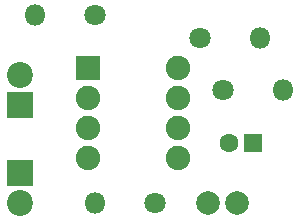
<source format=gts>
G04 #@! TF.GenerationSoftware,KiCad,Pcbnew,(5.0.0-3-g5ebb6b6)*
G04 #@! TF.CreationDate,2018-11-28T22:23:41-05:00*
G04 #@! TF.ProjectId,555_Timer,3535355F54696D65722E6B696361645F,rev?*
G04 #@! TF.SameCoordinates,Original*
G04 #@! TF.FileFunction,Soldermask,Top*
G04 #@! TF.FilePolarity,Negative*
%FSLAX46Y46*%
G04 Gerber Fmt 4.6, Leading zero omitted, Abs format (unit mm)*
G04 Created by KiCad (PCBNEW (5.0.0-3-g5ebb6b6)) date Wednesday, November 28, 2018 at 10:23:41 PM*
%MOMM*%
%LPD*%
G01*
G04 APERTURE LIST*
%ADD10R,1.600000X1.600000*%
%ADD11C,1.600000*%
%ADD12C,2.000000*%
%ADD13C,2.200000*%
%ADD14R,2.200000X2.200000*%
%ADD15O,1.800000X1.800000*%
%ADD16C,1.800000*%
%ADD17R,2.076400X2.076400*%
%ADD18C,2.076400*%
G04 APERTURE END LIST*
D10*
G04 #@! TO.C,C1*
X123825000Y-54610000D03*
D11*
X121825000Y-54610000D03*
G04 #@! TD*
D12*
G04 #@! TO.C,C2*
X120015000Y-59690000D03*
X122515000Y-59690000D03*
G04 #@! TD*
D13*
G04 #@! TO.C,D1*
X104140000Y-59690000D03*
D14*
X104140000Y-57150000D03*
G04 #@! TD*
G04 #@! TO.C,D2*
X104140000Y-51435000D03*
D13*
X104140000Y-48895000D03*
G04 #@! TD*
D15*
G04 #@! TO.C,R1*
X124460000Y-45720000D03*
D16*
X119380000Y-45720000D03*
G04 #@! TD*
D15*
G04 #@! TO.C,R2*
X126365000Y-50165000D03*
D16*
X121285000Y-50165000D03*
G04 #@! TD*
G04 #@! TO.C,R3*
X115570000Y-59690000D03*
D15*
X110490000Y-59690000D03*
G04 #@! TD*
D16*
G04 #@! TO.C,R4*
X110490000Y-43815000D03*
D15*
X105410000Y-43815000D03*
G04 #@! TD*
D17*
G04 #@! TO.C,U1*
X109855000Y-48260000D03*
D18*
X109855000Y-50800000D03*
X109855000Y-53340000D03*
X109855000Y-55880000D03*
X117475000Y-55880000D03*
X117475000Y-53340000D03*
X117475000Y-50800000D03*
X117475000Y-48260000D03*
G04 #@! TD*
M02*

</source>
